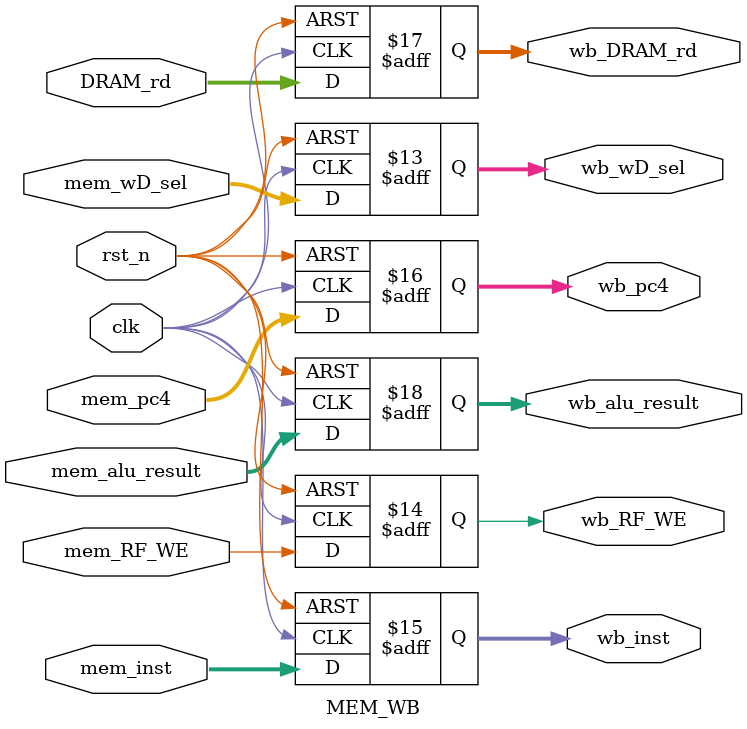
<source format=v>
module MEM_WB(
     input clk,
     input rst_n,
     input [31:0] mem_alu_result,
     input [31:0] DRAM_rd,
     input [31:0] mem_pc4,
     input [1:0] mem_wD_sel,
     input mem_RF_WE,
     input [31:0] mem_inst,
     
     output reg [31:0] wb_inst,
     output reg wb_RF_WE,
     output reg [31:0] wb_alu_result,
     output reg [31:0] wb_DRAM_rd,
     output reg [31:0] wb_pc4,
     output reg [1:0] wb_wD_sel

    );
    
    always@(posedge clk or negedge rst_n)
    begin
         if(!rst_n) wb_alu_result<=32'b0;
         else wb_alu_result <= mem_alu_result;
    end
    
    always@(posedge clk or negedge rst_n)
    begin
         if(!rst_n) wb_DRAM_rd<=32'b0;
         else wb_DRAM_rd <= DRAM_rd;
    end
    
    always@(posedge clk or negedge rst_n)
    begin
         if(!rst_n) wb_pc4<=32'b0;
         else wb_pc4 <= mem_pc4;
    end
    
    always@(posedge clk or negedge rst_n)
    begin
         if(!rst_n) wb_inst<=32'b0;
         else wb_inst <= mem_inst;
    end
    
    
     always@(posedge clk or negedge rst_n)
    begin
         if(!rst_n) wb_RF_WE<=1'b0;
         else wb_RF_WE <= mem_RF_WE;
    end
    
    always@(posedge clk or negedge rst_n)
    begin
         if(!rst_n) wb_wD_sel<=2'b00;
         else wb_wD_sel <= mem_wD_sel;
    end
    
    
endmodule

</source>
